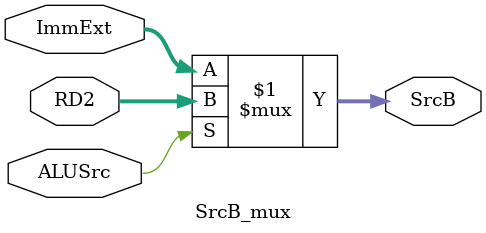
<source format=sv>
module SrcB_mux(
    input logic [31:0] RD2, ImmExt,
    input logic ALUSrc,
    output logic [31:0] SrcB,
);

assign SrcB = ALUSrc ? RD2 : ImmExt;

endmodule

</source>
